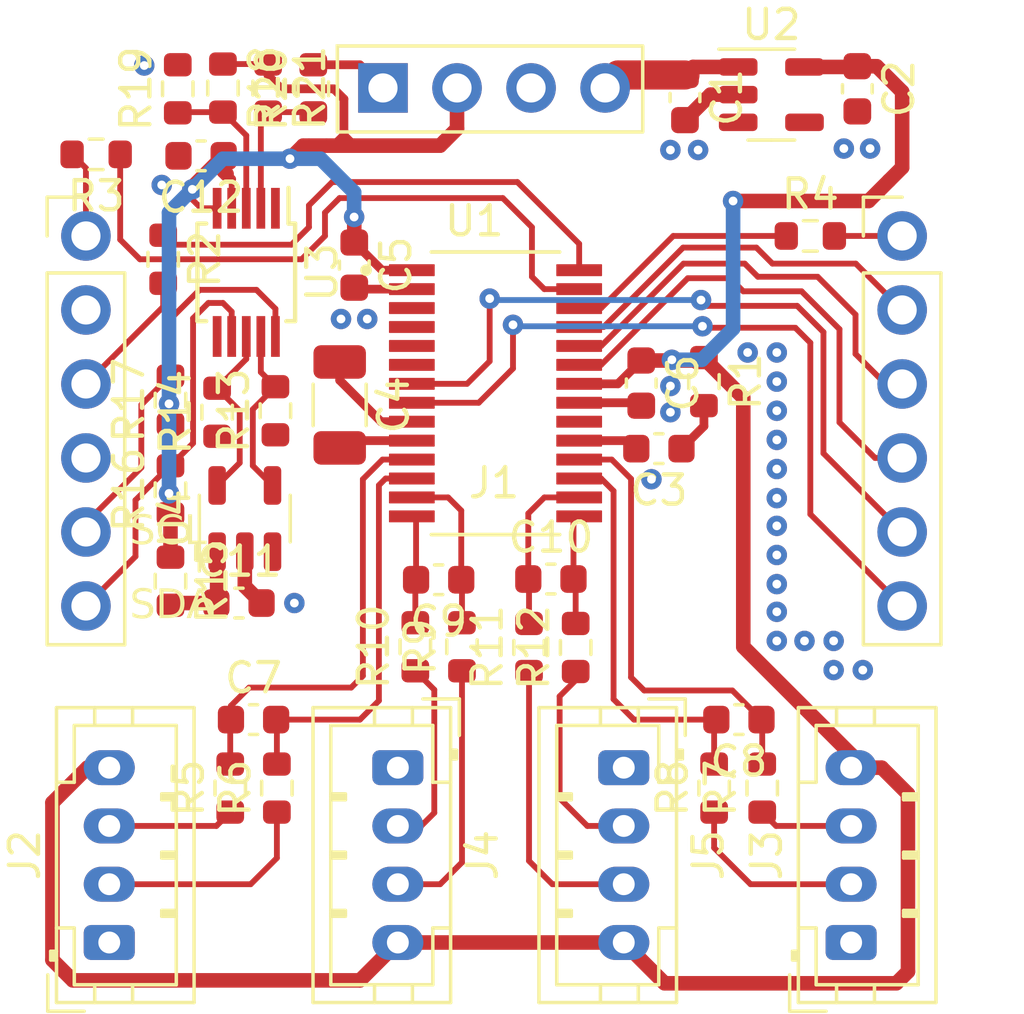
<source format=kicad_pcb>
(kicad_pcb (version 20221018) (generator pcbnew)
  (layers (0 "F.Cu" signal) (31 "B.Cu" signal) (34 "B.Paste" user) (35 "F.Paste" user) (36 "B.SilkS" user "B.Silkscreen") (37 "F.SilkS" user "F.Silkscreen") (38 "B.Mask" user) (39 "F.Mask" user) (44 "Edge.Cuts" user))
  (net 0 "")
  (net 1 "GND")
  (net 2 "/CH1_A-")
  (net 3 "/AINN1")
  (net 4 "/CH2_A+")
  (net 5 "/AINP2")
  (net 6 "/CH2_A-")
  (net 7 "/AINN2")
  (net 8 "/CH3_A+")
  (net 9 "/AINP3")
  (net 10 "/CH3_A-")
  (net 11 "/AINN3")
  (net 12 "/CH4_A+")
  (net 13 "/AINP4")
  (net 14 "/CH4_A-")
  (net 15 "/AINN4")
  (net 16 "+3V3")
  (net 17 "/SCLOUT")
  (net 18 "/SDAOUT")
  (net 19 "VDD")
  (net 20 "/SDA")
  (net 21 "/SCL")
  (net 22 "/CH1_A+")
  (net 23 "/AINP1")
  (net 24 "/REFP")
  (net 25 "/~{DRDY}{slash}OUT")
  (net 26 "/MISO")
  (net 27 "/SCLK")
  (net 28 "/SCK")
  (net 29 "/~{PWDN}")
  (net 30 "/~{PWDN}_MCU")
  (net 31 "+5V")
  (net 34 "/CAP_1")
  (net 35 "/CAP_2")
  (net 37 "/A1")
  (net 38 "/A0")
  (net 39 "/GAIN0")
  (net 40 "/GAIN1")
  (net 41 "/SPEED")
  (net 44 "+4V5")
  (net 45 "/XORH")
  (net 46 "/XORL")
  (footprint "Resistor_SMD:R_0603_1608Metric" (layer "F.Cu") (at 140.2 114.8 90)
    (fp_text reference "R7")
    (fp_text value "100R")
  )
  (footprint "Capacitor_SMD:C_1206_3216Metric" (layer "F.Cu") (at 125.705 101.65 -90)
    (fp_text reference "C4")
    (fp_text value "0.1uF C0G")
  )
  (footprint "Resistor_SMD:R_0603_1608Metric" (layer "F.Cu") (at 121.7 90.775 -90)
    (fp_text reference "R18")
    (fp_text value "1M")
  )
  (footprint "Resistor_SMD:R_0603_1608Metric" (layer "F.Cu") (at 119.65 96.65 -90)
    (fp_text reference "R2")
    (fp_text value "47R")
  )
  (footprint "Capacitor_SMD:C_0603_1608Metric" (layer "F.Cu") (at 143.4625 90.8 -90)
    (fp_text reference "C2")
    (fp_text value "2.2uF")
  )
  (footprint "Resistor_SMD:R_0603_1608Metric" (layer "F.Cu") (at 128.3 109.95 90)
    (fp_text reference "R10")
    (fp_text value "100R")
  )
  (footprint "Resistor_SMD:R_0603_1608Metric" (layer "F.Cu") (at 121.5 101.9 90)
    (fp_text reference "R14")
    (fp_text value "10k")
  )
  (footprint "Resistor_SMD:R_0603_1608Metric" (layer "F.Cu") (at 133.8 109.975 90)
    (fp_text reference "R12")
    (fp_text value "100R")
  )
  (footprint "Capacitor_SMD:C_0603_1608Metric" (layer "F.Cu") (at 137.55 91.1 -90)
    (fp_text reference "C1")
    (fp_text value "2.2uF")
  )
  (footprint "Resistor_SMD:R_0603_1608Metric" (layer "F.Cu") (at 119.9 104.5625 90)
    (fp_text reference "R16")
    (fp_text value "DNP")
  )
  (footprint "Resistor_SMD:R_0603_1608Metric" (layer "F.Cu") (at 141.85 95.85)
    (fp_text reference "R4")
    (fp_text value "47R")
  )
  (footprint "Resistor_SMD:R_0603_1608Metric" (layer "F.Cu") (at 119.9 101.4875 90)
    (fp_text reference "R17")
    (fp_text value "DNP")
  )
  (footprint "Capacitor_SMD:C_0603_1608Metric" (layer "F.Cu") (at 136.05 100.9 -90)
    (fp_text reference "C6")
    (fp_text value "0.1uF")
  )
  (footprint "Capacitor_SMD:C_0603_1608Metric" (layer "F.Cu") (at 122.25 108.45)
    (fp_text reference "C11")
    (fp_text value "0.1uF")
  )
  (footprint "Resistor_SMD:R_0603_1608Metric" (layer "F.Cu") (at 121.95 114.8 90)
    (fp_text reference "R5")
    (fp_text value "100R")
  )
  (footprint "Capacitor_SMD:C_0603_1608Metric" (layer "F.Cu") (at 120.95 93.1 180)
    (fp_text reference "C12")
    (fp_text value "0.1uF")
  )
  (footprint "Package_TO_SOT_SMD:SOT-23-5" (layer "F.Cu") (at 122.45 105.55 90)
    (fp_text reference "U4")
    (fp_text value "MCP9800A0-xOT")
  )
  (footprint "Resistor_SMD:R_0603_1608Metric" (layer "F.Cu") (at 123.55 114.8 90)
    (fp_text reference "R6")
    (fp_text value "100R")
  )
  (footprint "Resistor_SMD:R_0603_1608Metric" (layer "F.Cu") (at 117.35 93.05 180)
    (fp_text reference "R3")
    (fp_text value "47R")
  )
  (footprint "Capacitor_SMD:C_0603_1608Metric" (layer "F.Cu") (at 122.75 112.45)
    (fp_text reference "C7")
    (fp_text value "10nF C0G")
  )
  (footprint "Resistor_SMD:R_0603_1608Metric" (layer "F.Cu") (at 129.9 109.95 90)
    (fp_text reference "R9")
    (fp_text value "100R")
  )
  (footprint "Capacitor_SMD:C_0603_1608Metric" (layer "F.Cu") (at 136.655 103.15 180)
    (fp_text reference "C3")
    (fp_text value "10nF C0G")
  )
  (footprint "Resistor_SMD:R_0603_1608Metric" (layer "F.Cu") (at 138.2 100.85 -90)
    (fp_text reference "R1")
    (fp_text value "100R")
  )
  (footprint "Resistor_SMD:R_0603_1608Metric" (layer "F.Cu") (at 132.2 109.975 90)
    (fp_text reference "R11")
    (fp_text value "100R")
  )
  (footprint "Connector_JST:JST_PH_B4B-PH-K_1x04_P2.00mm_Vertical" (layer "F.Cu") (at 135.45 114.1 -90)
    (fp_text reference "J5")
    (fp_text value "B4B-PH-K")
  )
  (footprint "0_connector_custom:Hat_connector_hole_custom" (layer "F.Cu") (at 131 104.83)
    (fp_text reference "J1")
    (fp_text value "Hat connector hole")
  )
  (footprint "Resistor_SMD:R_0603_1608Metric" (layer "F.Cu") (at 123.5 101.85 90)
    (fp_text reference "R13")
    (fp_text value "10k")
  )
  (footprint "Resistor_SMD:R_0603_1608Metric" (layer "F.Cu") (at 123.25 90.775 -90)
    (fp_text reference "R21")
    (fp_text value "1M")
  )
  (footprint "Resistor_SMD:R_0603_1608Metric" (layer "F.Cu") (at 124.8 90.8 90)
    (fp_text reference "R20")
    (fp_text value "681k")
  )
  (footprint "Connector_JST:JST_PH_B4B-PH-K_1x04_P2.00mm_Vertical" (layer "F.Cu") (at 127.7 114.1 -90)
    (fp_text reference "J4")
    (fp_text value "B4B-PH-K")
  )
  (footprint "Resistor_SMD:R_0603_1608Metric" (layer "F.Cu") (at 119.9 107.7 -90)
    (fp_text reference "R15")
    (fp_text value "200R")
  )
  (footprint "Capacitor_SMD:C_0603_1608Metric" (layer "F.Cu") (at 139.4 112.45 180)
    (fp_text reference "C8")
    (fp_text value "10nF C0G")
  )
  (footprint "Resistor_SMD:R_0603_1608Metric" (layer "F.Cu") (at 120.15 90.8 90)
    (fp_text reference "R19")
    (fp_text value "681k")
  )
  (footprint "Resistor_SMD:R_0603_1608Metric" (layer "F.Cu") (at 138.55 114.8 90)
    (fp_text reference "R8")
    (fp_text value "100R")
  )
  (footprint "Package_SO:MSOP-10_3x3mm_P0.5mm" (layer "F.Cu") (at 122.5 97.1 -90)
    (fp_text reference "U3")
    (fp_text value "LTC4316")
  )
  (footprint "Connector_JST:JST_PH_B4B-PH-K_1x04_P2.00mm_Vertical" (layer "F.Cu") (at 117.8 120.1 90)
    (fp_text reference "J2")
    (fp_text value "B4B-PH-K")
  )
  (footprint "0_sensors:SOP65P640X120-28N" (layer "F.Cu") (at 131.05 101.25)
    (fp_text reference "U1")
    (fp_text value "ADS1234IPWR")
  )
  (footprint "Connector_JST:JST_PH_B4B-PH-K_1x04_P2.00mm_Vertical" (layer "F.Cu") (at 143.25 120.1 90)
    (fp_text reference "J3")
    (fp_text value "B4B-PH-K")
  )
  (footprint "Capacitor_SMD:C_0603_1608Metric" (layer "F.Cu") (at 129.1 107.65 180)
    (fp_text reference "C9")
    (fp_text value "10nF C0G")
  )
  (footprint "Capacitor_SMD:C_0603_1608Metric" (layer "F.Cu") (at 132.95 107.625)
    (fp_text reference "C10")
    (fp_text value "10nF C0G")
  )
  (footprint "Package_TO_SOT_SMD:SOT-23-5" (layer "F.Cu") (at 140.5125 91)
    (fp_text reference "U2")
    (fp_text value "ADP7118AUJZ-4.5-R7")
  )
  (footprint "Capacitor_SMD:C_0603_1608Metric" (layer "F.Cu") (at 126.205 96.85 -90)
    (fp_text reference "C5")
    (fp_text value "0.1uF")
  )
  (segment (start 133.92 102.875) (end 135.605 102.875) (width 0.3) (layer "F.Cu") (net 1))
  (segment (start 135.605 102.875) (end 135.88 103.15) (width 0.3) (layer "F.Cu") (net 1))
  (segment (start 133.92 101.575) (end 135.95 101.575) (width 0.3) (layer "F.Cu") (net 1))
  (segment (start 135.95 101.575) (end 136.05 101.675) (width 0.3) (layer "F.Cu") (net 1))
  (segment (start 122.45 106.6875) (end 122.45 107.875) (width 0.5) (layer "F.Cu") (net 1))
  (segment (start 122.45 107.875) (end 123.025 108.45) (width 0.5) (layer "F.Cu") (net 1))
  (segment (start 138.425 91) (end 137.55 91.875) (width 0.5) (layer "F.Cu") (net 1))
  (segment (start 126.395 89.975) (end 127.19 90.77) (width 0.3) (layer "F.Cu") (net 1))
  (segment (start 139.375 91) (end 138.425 91) (width 0.5) (layer "F.Cu") (net 1))
  (segment (start 124.8 89.975) (end 126.395 89.975) (width 0.3) (layer "F.Cu") (net 1))
  (segment (start 128.18 97.675) (end 126.255 97.675) (width 0.3) (layer "F.Cu") (net 1))
  (segment (start 126.255 97.675) (end 126.205 97.625) (width 0.3) (layer "F.Cu") (net 1))
  (via (at 140.7 109.75) (size 0.7) (drill 0.3) (layers "F.Cu" "B.Cu") (net 1))
  (via (at 140.7 104.85) (size 0.7) (drill 0.3) (layers "F.Cu" "B.Cu") (net 1))
  (via (at 140.7 106.8) (size 0.7) (drill 0.3) (layers "F.Cu" "B.Cu") (net 1))
  (via (at 136.4 104.2) (size 0.7) (drill 0.3) (layers "F.Cu" "B.Cu") (net 1))
  (via (at 119.6 94.1) (size 0.7) (drill 0.3) (layers "F.Cu" "B.Cu") (net 1))
  (via (at 140.7 103.85) (size 0.7) (drill 0.3) (layers "F.Cu" "B.Cu") (net 1))
  (via (at 119 90) (size 0.7) (drill 0.3) (layers "F.Cu" "B.Cu") (net 1))
  (via (at 143 92.85) (size 0.7) (drill 0.3) (layers "F.Cu" "B.Cu") (net 1))
  (via (at 142.65 109.75) (size 0.7) (drill 0.3) (layers "F.Cu" "B.Cu") (net 1))
  (via (at 124.15 108.45) (size 0.7) (drill 0.3) (layers "F.Cu" "B.Cu") (net 1))
  (via (at 126.65 98.7) (size 0.7) (drill 0.3) (layers "F.Cu" "B.Cu") (net 1))
  (via (at 142.65 110.75) (size 0.7) (drill 0.3) (layers "F.Cu" "B.Cu") (net 1))
  (via (at 141.65 109.75) (size 0.7) (drill 0.3) (layers "F.Cu" "B.Cu") (net 1))
  (via (at 140.7 107.8) (size 0.7) (drill 0.3) (layers "F.Cu" "B.Cu") (net 1))
  (via (at 125.75 98.7) (size 0.7) (drill 0.3) (layers "F.Cu" "B.Cu") (net 1))
  (via (at 137.05 101) (size 0.7) (drill 0.3) (layers "F.Cu" "B.Cu") (net 1))
  (via (at 143.9 92.85) (size 0.7) (drill 0.3) (layers "F.Cu" "B.Cu") (net 1))
  (via (at 137.05 92.9) (size 0.7) (drill 0.3) (layers "F.Cu" "B.Cu") (net 1))
  (via (at 138 92.9) (size 0.7) (drill 0.3) (layers "F.Cu" "B.Cu") (net 1))
  (via (at 140.7 100.85) (size 0.7) (drill 0.3) (layers "F.Cu" "B.Cu") (net 1))
  (via (at 143.65 110.75) (size 0.7) (drill 0.3) (layers "F.Cu" "B.Cu") (net 1))
  (via (at 140.7 108.75) (size 0.7) (drill 0.3) (layers "F.Cu" "B.Cu") (net 1))
  (via (at 137.05 101.9) (size 0.7) (drill 0.3) (layers "F.Cu" "B.Cu") (net 1))
  (via (at 140.7 99.85) (size 0.7) (drill 0.3) (layers "F.Cu" "B.Cu") (net 1))
  (via (at 139.7 99.85) (size 0.7) (drill 0.3) (layers "F.Cu" "B.Cu") (net 1))
  (via (at 140.7 101.85) (size 0.7) (drill 0.3) (layers "F.Cu" "B.Cu") (net 1))
  (via (at 140.7 102.85) (size 0.7) (drill 0.3) (layers "F.Cu" "B.Cu") (net 1))
  (via (at 140.7 105.8) (size 0.7) (drill 0.3) (layers "F.Cu" "B.Cu") (net 1))
  (segment (start 122.65 118.1) (end 123.55 117.2) (width 0.2) (layer "F.Cu") (net 2))
  (segment (start 123.55 117.2) (end 123.55 115.625) (width 0.2) (layer "F.Cu") (net 2))
  (segment (start 117.8 118.1) (end 122.65 118.1) (width 0.2) (layer "F.Cu") (net 2))
  (segment (start 126.4 112.45) (end 123.525 112.45) (width 0.2) (layer "F.Cu") (net 3))
  (segment (start 128.18 104.175) (end 127.281 104.175) (width 0.2) (layer "F.Cu") (net 3))
  (segment (start 127.05 104.406) (end 127.05 111.8) (width 0.2) (layer "F.Cu") (net 3))
  (segment (start 127.05 111.8) (end 126.4 112.45) (width 0.2) (layer "F.Cu") (net 3))
  (segment (start 123.55 112.475) (end 123.525 112.45) (width 0.2) (layer "F.Cu") (net 3))
  (segment (start 123.55 113.975) (end 123.55 112.475) (width 0.2) (layer "F.Cu") (net 3))
  (segment (start 127.281 104.175) (end 127.05 104.406) (width 0.2) (layer "F.Cu") (net 3))
  (segment (start 143.25 116.1) (end 140.675 116.1) (width 0.2) (layer "F.Cu") (net 4))
  (segment (start 140.675 116.1) (end 140.2 115.625) (width 0.2) (layer "F.Cu") (net 4))
  (segment (start 133.92 103.525) (end 135.037538 103.525) (width 0.2) (layer "F.Cu") (net 5))
  (segment (start 135.037538 103.525) (end 135.7 104.187462) (width 0.2) (layer "F.Cu") (net 5))
  (segment (start 140.2 113.975) (end 140.2 112.475) (width 0.2) (layer "F.Cu") (net 5))
  (segment (start 136.15 111.45) (end 139.175 111.45) (width 0.2) (layer "F.Cu") (net 5))
  (segment (start 139.175 111.45) (end 140.175 112.45) (width 0.2) (layer "F.Cu") (net 5))
  (segment (start 135.7 104.187462) (end 135.7 111) (width 0.2) (layer "F.Cu") (net 5))
  (segment (start 140.2 112.475) (end 140.175 112.45) (width 0.2) (layer "F.Cu") (net 5))
  (segment (start 135.7 111) (end 136.15 111.45) (width 0.2) (layer "F.Cu") (net 5))
  (segment (start 143.25 118.1) (end 139.8 118.1) (width 0.2) (layer "F.Cu") (net 6))
  (segment (start 139.8 118.1) (end 138.55 116.85) (width 0.2) (layer "F.Cu") (net 6))
  (segment (start 138.55 116.85) (end 138.55 115.625) (width 0.2) (layer "F.Cu") (net 6))
  (segment (start 135.1 111.75) (end 135.8 112.45) (width 0.2) (layer "F.Cu") (net 7))
  (segment (start 133.92 104.175) (end 134.672255 104.175) (width 0.2) (layer "F.Cu") (net 7))
  (segment (start 135.8 112.45) (end 138.625 112.45) (width 0.2) (layer "F.Cu") (net 7))
  (segment (start 138.55 112.525) (end 138.625 112.45) (width 0.2) (layer "F.Cu") (net 7))
  (segment (start 138.55 113.975) (end 138.55 112.525) (width 0.2) (layer "F.Cu") (net 7))
  (segment (start 135.1 104.602745) (end 135.1 111.75) (width 0.2) (layer "F.Cu") (net 7))
  (segment (start 134.672255 104.175) (end 135.1 104.602745) (width 0.2) (layer "F.Cu") (net 7))
  (segment (start 129.15 118.1) (end 127.7 118.1) (width 0.2) (layer "F.Cu") (net 8))
  (segment (start 129.9 110.775) (end 129.9 117.35) (width 0.2) (layer "F.Cu") (net 8))
  (segment (start 129.9 117.35) (end 129.15 118.1) (width 0.2) (layer "F.Cu") (net 8))
  (segment (start 129.875 107.65) (end 129.875 105.275) (width 0.2) (layer "F.Cu") (net 9))
  (segment (start 129.875 105.275) (end 129.425 104.825) (width 0.2) (layer "F.Cu") (net 9))
  (segment (start 129.9 107.675) (end 129.875 107.65) (width 0.2) (layer "F.Cu") (net 9))
  (segment (start 129.425 104.825) (end 128.18 104.825) (width 0.2) (layer "F.Cu") (net 9))
  (segment (start 129.9 109.125) (end 129.9 107.675) (width 0.2) (layer "F.Cu") (net 9))
  (segment (start 128.5 116.1) (end 128.95 115.65) (width 0.2) (layer "F.Cu") (net 10))
  (segment (start 128.95 111.425) (end 128.3 110.775) (width 0.2) (layer "F.Cu") (net 10))
  (segment (start 128.95 115.65) (end 128.95 111.425) (width 0.2) (layer "F.Cu") (net 10))
  (segment (start 127.7 116.1) (end 128.5 116.1) (width 0.2) (layer "F.Cu") (net 10))
  (segment (start 128.3 109.125) (end 128.3 107.675) (width 0.2) (layer "F.Cu") (net 11))
  (segment (start 128.3 107.675) (end 128.325 107.65) (width 0.2) (layer "F.Cu") (net 11))
  (segment (start 128.325 105.62) (end 128.18 105.475) (width 0.2) (layer "F.Cu") (net 11))
  (segment (start 128.325 107.65) (end 128.325 105.62) (width 0.2) (layer "F.Cu") (net 11))
  (segment (start 132.2 110.8) (end 132.2 117.3) (width 0.2) (layer "F.Cu") (net 12))
  (segment (start 133 118.1) (end 135.45 118.1) (width 0.2) (layer "F.Cu") (net 12))
  (segment (start 132.2 117.3) (end 133 118.1) (width 0.2) (layer "F.Cu") (net 12))
  (segment (start 132.175 105.375) (end 132.725 104.825) (width 0.2) (layer "F.Cu") (net 13))
  (segment (start 132.175 107.625) (end 132.175 105.375) (width 0.2) (layer "F.Cu") (net 13))
  (segment (start 132.2 107.65) (end 132.175 107.625) (width 0.2) (layer "F.Cu") (net 13))
  (segment (start 132.725 104.825) (end 133.92 104.825) (width 0.2) (layer "F.Cu") (net 13))
  (segment (start 132.2 109.15) (end 132.2 107.65) (width 0.2) (layer "F.Cu") (net 13))
  (segment (start 133.8 111.1) (end 133.25 111.65) (width 0.2) (layer "F.Cu") (net 14))
  (segment (start 134.2 116.1) (end 135.45 116.1) (width 0.2) (layer "F.Cu") (net 14))
  (segment (start 133.8 110.8) (end 133.8 111.1) (width 0.2) (layer "F.Cu") (net 14))
  (segment (start 133.25 111.65) (end 133.25 115.15) (width 0.2) (layer "F.Cu") (net 14))
  (segment (start 133.25 115.15) (end 134.2 116.1) (width 0.2) (layer "F.Cu") (net 14))
  (segment (start 133.8 109.15) (end 133.8 107.7) (width 0.2) (layer "F.Cu") (net 15))
  (segment (start 133.8 107.7) (end 133.725 107.625) (width 0.2) (layer "F.Cu") (net 15))
  (segment (start 133.725 107.625) (end 133.725 105.67) (width 0.2) (layer "F.Cu") (net 15))
  (segment (start 133.725 105.67) (end 133.92 105.475) (width 0.2) (layer "F.Cu") (net 15))
  (segment (start 121.5 94.9) (end 120.95 94.9) (width 0.2) (layer "F.Cu") (net 16))
  (segment (start 127.155 97.025) (end 126.205 96.075) (width 0.3) (layer "F.Cu") (net 16))
  (segment (start 119.9 106.875) (end 119.9 105.3875) (width 0.5) (layer "F.Cu") (net 16))
  (segment (start 125.85 92.25) (end 125.85 92.4) (width 0.3) (layer "F.Cu") (net 16))
  (segment (start 119.9 105.3875) (end 119.9 104.737) (width 0.5) (layer "F.Cu") (net 16))
  (segment (start 129.73 92.17) (end 129.3 92.6) (width 0.5) (layer "F.Cu") (net 16))
  (segment (start 125.85 92.25) (end 125.85 92.75) (width 0.3) (layer "F.Cu") (net 16))
  (segment (start 121.825 93.725) (end 122 93.9) (width 0.3) (layer "F.Cu") (net 16))
  (segment (start 124.65 92.75) (end 124.45 92.75) (width 0.5) (layer "F.Cu") (net 16))
  (segment (start 129.15 92.75) (end 126.2 92.75) (width 0.5) (layer "F.Cu") (net 16))
  (segment (start 125.25 92.75) (end 124.65 92.75) (width 0.5) (layer "F.Cu") (net 16))
  (segment (start 128.18 97.025) (end 127.155 97.025) (width 0.3) (layer "F.Cu") (net 16))
  (segment (start 120.65 94.6) (end 120.65 94.25) (width 0.2) (layer "F.Cu") (net 16))
  (segment (start 120.65 94.175) (end 121.725 93.1) (width 0.5) (layer "F.Cu") (net 16))
  (segment (start 120.95 94.9) (end 120.65 94.6) (width 0.2) (layer "F.Cu") (net 16))
  (segment (start 121.725 93.1) (end 121.725 93.625) (width 0.5) (layer "F.Cu") (net 16))
  (segment (start 126.205 95.205) (end 126.2 95.2) (width 0.5) (layer "F.Cu") (net 16))
  (segment (start 125.5 90.8) (end 125.85 91.15) (width 0.3) (layer "F.Cu") (net 16))
  (segment (start 125.25 92.75) (end 125.5 92.75) (width 0.3) (layer "F.Cu") (net 16))
  (segment (start 129.3 92.6) (end 129.15 92.75) (width 0.5) (layer "F.Cu") (net 16))
  (segment (start 121.7 89.95) (end 123.25 89.95) (width 0.2) (layer "F.Cu") (net 16))
  (segment (start 123.25 89.95) (end 123.25 90.35) (width 0.3) (layer "F.Cu") (net 16))
  (segment (start 124.45 92.75) (end 124 93.2) (width 0.5) (layer "F.Cu") (net 16))
  (segment (start 125.5 92.75) (end 125.85 92.4) (width 0.3) (layer "F.Cu") (net 16))
  (segment (start 119.85 101.612) (end 119.85 102.2625) (width 0.5) (layer "F.Cu") (net 16))
  (segment (start 123.25 90.35) (end 123.7 90.8) (width 0.3) (layer "F.Cu") (net 16))
  (segment (start 129.73 90.77) (end 129.73 92.17) (width 0.5) (layer "F.Cu") (net 16))
  (segment (start 126.205 96.075) (end 126.205 95.205) (width 0.5) (layer "F.Cu") (net 16))
  (segment (start 123.7 90.8) (end 125.5 90.8) (width 0.3) (layer "F.Cu") (net 16))
  (segment (start 125.85 91.15) (end 125.85 92.25) (width 0.3) (layer "F.Cu") (net 16))
  (segment (start 122 94.9) (end 122 93.9) (width 0.2) (layer "F.Cu") (net 16))
  (segment (start 119.9 104.737) (end 119.85 104.687) (width 0.5) (layer "F.Cu") (net 16))
  (segment (start 119.85 102.2625) (end 119.9 102.3125) (width 0.5) (layer "F.Cu") (net 16))
  (segment (start 126.2 92.75) (end 125.85 92.75) (width 0.5) (layer "F.Cu") (net 16))
  (segment (start 120.65 94.25) (end 120.65 94.175) (width 0.5) (layer "F.Cu") (net 16))
  (segment (start 121.725 93.625) (end 121.825 93.725) (width 0.5) (layer "F.Cu") (net 16))
  (segment (start 125.85 92.4) (end 126.2 92.75) (width 0.3) (layer "F.Cu") (net 16))
  (segment (start 125.85 92.75) (end 125.25 92.75) (width 0.5) (layer "F.Cu") (net 16))
  (via (at 119.85 101.612) (size 0.7) (drill 0.3) (layers "F.Cu" "B.Cu") (net 16))
  (via (at 120.65 94.25) (size 0.7) (drill 0.3) (layers "F.Cu" "B.Cu") (net 16))
  (via (at 126.2 95.2) (size 0.7) (drill 0.3) (layers "F.Cu" "B.Cu") (net 16))
  (via (at 119.85 104.687) (size 0.7) (drill 0.3) (layers "F.Cu" "B.Cu") (net 16))
  (via (at 124 93.2) (size 0.7) (drill 0.3) (layers "F.Cu" "B.Cu") (net 16))
  (segment (start 119.85 95.05) (end 120.65 94.25) (width 0.5) (layer "B.Cu") (net 16))
  (segment (start 126.2 94.35) (end 125.05 93.2) (width 0.5) (layer "B.Cu") (net 16))
  (segment (start 119.85 101.612) (end 119.85 95.05) (width 0.5) (layer "B.Cu") (net 16))
  (segment (start 124 93.2) (end 121.7 93.2) (width 0.5) (layer "B.Cu") (net 16))
  (segment (start 126.2 95.2) (end 126.2 94.35) (width 0.5) (layer "B.Cu") (net 16))
  (segment (start 121.7 93.2) (end 120.65 94.25) (width 0.5) (layer "B.Cu") (net 16))
  (segment (start 119.85 104.687) (end 119.85 101.612) (width 0.5) (layer "B.Cu") (net 16))
  (segment (start 125.05 93.2) (end 124 93.2) (width 0.5) (layer "B.Cu") (net 16))
  (segment (start 123.5 101.025) (end 122.725 101.8) (width 0.2) (layer "F.Cu") (net 17))
  (segment (start 122.725 101.8) (end 122.725 103.7375) (width 0.2) (layer "F.Cu") (net 17))
  (segment (start 122.725 103.7375) (end 123.4 104.4125) (width 0.2) (layer "F.Cu") (net 17))
  (segment (start 123 100.525) (end 123.5 101.025) (width 0.2) (layer "F.Cu") (net 17))
  (segment (start 123 99.3) (end 123 100.525) (width 0.2) (layer "F.Cu") (net 17))
  (segment (start 122.5 99.3) (end 122.5 100.075) (width 0.2) (layer "F.Cu") (net 18))
  (segment (start 122.275 101.85) (end 122.275 103.6375) (width 0.2) (layer "F.Cu") (net 18))
  (segment (start 121.5 101.075) (end 122.275 101.85) (width 0.2) (layer "F.Cu") (net 18))
  (segment (start 122.275 103.6375) (end 121.5 104.4125) (width 0.2) (layer "F.Cu") (net 18))
  (segment (start 122.5 100.075) (end 121.5 101.075) (width 0.2) (layer "F.Cu") (net 18))
  (segment (start 121.475 108.45) (end 119.975 108.45) (width 0.5) (layer "F.Cu") (net 19))
  (segment (start 121.5 108.425) (end 121.475 108.45) (width 0.5) (layer "F.Cu") (net 19))
  (segment (start 119.975 108.45) (end 119.9 108.525) (width 0.5) (layer "F.Cu") (net 19))
  (segment (start 121.5 106.6875) (end 121.5 108.425) (width 0.5) (layer "F.Cu") (net 19))
  (segment (start 120.675 102.9625) (end 120.675 98.675) (width 0.2) (layer "F.Cu") (net 20))
  (segment (start 118.7 104.917761) (end 118.7 106.85) (width 0.2) (layer "F.Cu") (net 20))
  (segment (start 120.675 98.675) (end 121.2 98.15) (width 0.2) (layer "F.Cu") (net 20))
  (segment (start 122 98.45) (end 122 99.3) (width 0.2) (layer "F.Cu") (net 20))
  (segment (start 119.9 103.7375) (end 119.880261 103.7375) (width 0.2) (layer "F.Cu") (net 20))
  (segment (start 121.2 98.15) (end 121.7 98.15) (width 0.2) (layer "F.Cu") (net 20))
  (segment (start 118.7 106.85) (end 117 108.55) (width 0.2) (layer "F.Cu") (net 20))
  (segment (start 119.9 103.7375) (end 120.675 102.9625) (width 0.2) (layer "F.Cu") (net 20))
  (segment (start 119.880261 103.7375) (end 118.7 104.917761) (width 0.2) (layer "F.Cu") (net 20))
  (segment (start 121.7 98.15) (end 122 98.45) (width 0.2) (layer "F.Cu") (net 20))
  (segment (start 119.9 100.6625) (end 119.880261 100.6625) (width 0.2) (layer "F.Cu") (net 21))
  (segment (start 117 105.7) (end 117 106.01) (width 0.2) (layer "F.Cu") (net 21))
  (segment (start 123.5 99.3) (end 123.5 98.35) (width 0.2) (layer "F.Cu") (net 21))
  (segment (start 123.5 98.35) (end 122.85 97.7) (width 0.2) (layer "F.Cu") (net 21))
  (segment (start 122.85 97.7) (end 120.9 97.7) (width 0.2) (layer "F.Cu") (net 21))
  (segment (start 120.9 97.7) (end 119.9 98.7) (width 0.2) (layer "F.Cu") (net 21))
  (segment (start 118.9 103.8) (end 117 105.7) (width 0.2) (layer "F.Cu") (net 21))
  (segment (start 118.9 101.642761) (end 118.9 103.8) (width 0.2) (layer "F.Cu") (net 21))
  (segment (start 119.880261 100.6625) (end 118.9 101.642761) (width 0.2) (layer "F.Cu") (net 21))
  (segment (start 119.9 98.7) (end 119.9 100.6625) (width 0.2) (layer "F.Cu") (net 21))
  (segment (start 121.95 115.625) (end 121.475 116.1) (width 0.2) (layer "F.Cu") (net 22))
  (segment (start 121.475 116.1) (end 117.8 116.1) (width 0.2) (layer "F.Cu") (net 22))
  (segment (start 122.6 111.35) (end 121.975 111.975) (width 0.2) (layer "F.Cu") (net 23))
  (segment (start 126.5 104.2) (end 126.5 110.95) (width 0.2) (layer "F.Cu") (net 23))
  (segment (start 121.95 112.475) (end 121.975 112.45) (width 0.2) (layer "F.Cu") (net 23))
  (segment (start 121.95 113.975) (end 121.95 112.475) (width 0.2) (layer "F.Cu") (net 23))
  (segment (start 126.1 111.35) (end 122.6 111.35) (width 0.2) (layer "F.Cu") (net 23))
  (segment (start 121.975 111.975) (end 121.975 112.45) (width 0.2) (layer "F.Cu") (net 23))
  (segment (start 127.175 103.525) (end 126.5 104.2) (width 0.2) (layer "F.Cu") (net 23))
  (segment (start 126.5 110.95) (end 126.1 111.35) (width 0.2) (layer "F.Cu") (net 23))
  (segment (start 128.18 103.525) (end 127.175 103.525) (width 0.2) (layer "F.Cu") (net 23))
  (segment (start 138.2 102.38) (end 137.43 103.15) (width 0.3) (layer "F.Cu") (net 24))
  (segment (start 138.2 101.675) (end 138.2 102.38) (width 0.3) (layer "F.Cu") (net 24))
  (segment (start 131.8 94) (end 125.45 94) (width 0.2) (layer "F.Cu") (net 25))
  (segment (start 133.92 97.025) (end 133.92 96.12) (width 0.2) (layer "F.Cu") (net 25))
  (segment (start 124.65 95.55) (end 124.05 96.15) (width 0.2) (layer "F.Cu") (net 25))
  (segment (start 125.45 94) (end 124.65 94.8) (width 0.2) (layer "F.Cu") (net 25))
  (segment (start 133.92 96.12) (end 131.8 94) (width 0.2) (layer "F.Cu") (net 25))
  (segment (start 124.65 94.8) (end 124.65 95.55) (width 0.2) (layer "F.Cu") (net 25))
  (segment (start 119.975 96.15) (end 119.65 95.825) (width 0.2) (layer "F.Cu") (net 25))
  (segment (start 124.05 96.15) (end 119.975 96.15) (width 0.2) (layer "F.Cu") (net 25))
  (segment (start 119.65 98.28) (end 119.65 97.475) (width 0.2) (layer "F.Cu") (net 26))
  (segment (start 117 100.93) (end 119.65 98.28) (width 0.2) (layer "F.Cu") (net 26))
  (segment (start 124.4 96.65) (end 118.85 96.65) (width 0.2) (layer "F.Cu") (net 27))
  (segment (start 125.7 94.55) (end 125.2 95.05) (width 0.2) (layer "F.Cu") (net 27))
  (segment (start 132.3 95.55) (end 131.3 94.55) (width 0.2) (layer "F.Cu") (net 27))
  (segment (start 132.725 97.675) (end 132.3 97.25) (width 0.2) (layer "F.Cu") (net 27))
  (segment (start 125.2 95.85) (end 124.4 96.65) (width 0.2) (layer "F.Cu") (net 27))
  (segment (start 118.85 96.65) (end 118.175 95.975) (width 0.2) (layer "F.Cu") (net 27))
  (segment (start 125.2 95.05) (end 125.2 95.85) (width 0.2) (layer "F.Cu") (net 27))
  (segment (start 133.92 97.675) (end 132.725 97.675) (width 0.2) (layer "F.Cu") (net 27))
  (segment (start 118.175 95.975) (end 118.175 93.05) (width 0.2) (layer "F.Cu") (net 27))
  (segment (start 132.3 97.25) (end 132.3 95.55) (width 0.2) (layer "F.Cu") (net 27))
  (segment (start 131.3 94.55) (end 125.7 94.55) (width 0.2) (layer "F.Cu") (net 27))
  (segment (start 117 95.85) (end 117 93.525) (width 0.2) (layer "F.Cu") (net 28))
  (segment (start 117 93.525) (end 116.525 93.05) (width 0.2) (layer "F.Cu") (net 28))
  (segment (start 137.147255 95.85) (end 134.672255 98.325) (width 0.2) (layer "F.Cu") (net 29))
  (segment (start 141.025 95.85) (end 137.147255 95.85) (width 0.2) (layer "F.Cu") (net 29))
  (segment (start 134.672255 98.325) (end 133.92 98.325) (width 0.2) (layer "F.Cu") (net 29))
  (segment (start 145 95.85) (end 142.675 95.85) (width 0.2) (layer "F.Cu") (net 30))
  (segment (start 137.825 90.05) (end 139.375 90.05) (width 0.5) (layer "F.Cu") (net 31))
  (segment (start 137.55 90.325) (end 135.255 90.325) (width 1) (layer "F.Cu") (net 31))
  (segment (start 137.55 90.325) (end 137.825 90.05) (width 0.5) (layer "F.Cu") (net 31))
  (segment (start 135.255 90.325) (end 134.81 90.77) (width 1) (layer "F.Cu") (net 31))
  (segment (start 125.705 100.805) (end 125.705 100.175) (width 0.3) (layer "F.Cu") (net 34))
  (segment (start 127.125 102.225) (end 125.705 100.805) (width 0.3) (layer "F.Cu") (net 34))
  (segment (start 128.18 102.225) (end 127.125 102.225) (width 0.3) (layer "F.Cu") (net 34))
  (segment (start 125.955 102.875) (end 125.705 103.125) (width 0.3) (layer "F.Cu") (net 35))
  (segment (start 128.18 102.875) (end 125.955 102.875) (width 0.3) (layer "F.Cu") (net 35))
  (segment (start 130.075 100.925) (end 128.18 100.925) (width 0.2) (layer "F.Cu") (net 37))
  (segment (start 145 106.01) (end 142.3 103.31) (width 0.2) (layer "F.Cu") (net 37))
  (segment (start 130.85 98) (end 130.85 100.15) (width 0.2) (layer "F.Cu") (net 37))
  (segment (start 142.3 103.31) (end 142.3 99.15) (width 0.2) (layer "F.Cu") (net 37))
  (segment (start 138.3 98.25) (end 138.1 98.05) (width 0.2) (layer "F.Cu") (net 37))
  (segment (start 141.4 98.25) (end 138.3 98.25) (width 0.2) (layer "F.Cu") (net 37))
  (segment (start 142.3 99.15) (end 141.4 98.25) (width 0.2) (layer "F.Cu") (net 37))
  (segment (start 130.85 100.15) (end 130.075 100.925) (width 0.2) (layer "F.Cu") (net 37))
  (via (at 138.1 98.05) (size 0.7) (drill 0.3) (layers "F.Cu" "B.Cu") (net 37))
  (via (at 130.85 98) (size 0.7) (drill 0.3) (layers "F.Cu" "B.Cu") (net 37))
  (segment (start 138.1 98.05) (end 130.9 98.05) (width 0.2) (layer "B.Cu") (net 37))
  (segment (start 130.9 98.05) (end 130.85 98) (width 0.2) (layer "B.Cu") (net 37))
  (segment (start 141.85 105.4) (end 141.85 99.515686) (width 0.2) (layer "F.Cu") (net 38))
  (segment (start 138.2 99) (end 138.15 98.95) (width 0.2) (layer "F.Cu") (net 38))
  (segment (start 141.85 99.515686) (end 141.334314 99) (width 0.2) (layer "F.Cu") (net 38))
  (segment (start 141.334314 99) (end 138.2 99) (width 0.2) (layer "F.Cu") (net 38))
  (segment (start 131.65 98.9) (end 131.65 100.4) (width 0.2) (layer "F.Cu") (net 38))
  (segment (start 131.65 100.4) (end 130.475 101.575) (width 0.2) (layer "F.Cu") (net 38))
  (segment (start 130.475 101.575) (end 128.18 101.575) (width 0.2) (layer "F.Cu") (net 38))
  (segment (start 145 108.55) (end 141.85 105.4) (width 0.2) (layer "F.Cu") (net 38))
  (via (at 138.15 98.95) (size 0.7) (drill 0.3) (layers "F.Cu" "B.Cu") (net 38))
  (via (at 131.65 98.9) (size 0.7) (drill 0.3) (layers "F.Cu" "B.Cu") (net 38))
  (segment (start 138.15 98.95) (end 131.7 98.95) (width 0.2) (layer "B.Cu") (net 38))
  (segment (start 131.7 98.95) (end 131.65 98.9) (width 0.2) (layer "B.Cu") (net 38))
  (segment (start 137.647255 97.3) (end 139.1 97.3) (width 0.2) (layer "F.Cu") (net 39))
  (segment (start 142.85 102.25) (end 144.07 103.47) (width 0.2) (layer "F.Cu") (net 39))
  (segment (start 139.1 97.3) (end 139.55 97.75) (width 0.2) (layer "F.Cu") (net 39))
  (segment (start 133.92 100.275) (end 134.672255 100.275) (width 0.2) (layer "F.Cu") (net 39))
  (segment (start 142.85 99.05) (end 142.85 102.25) (width 0.2) (layer "F.Cu") (net 39))
  (segment (start 134.672255 100.275) (end 137.647255 97.3) (width 0.2) (layer "F.Cu") (net 39))
  (segment (start 144.07 103.47) (end 145 103.47) (width 0.2) (layer "F.Cu") (net 39))
  (segment (start 141.55 97.75) (end 142.85 99.05) (width 0.2) (layer "F.Cu") (net 39))
  (segment (start 139.55 97.75) (end 141.55 97.75) (width 0.2) (layer "F.Cu") (net 39))
  (segment (start 133.92 99.625) (end 134.675 99.625) (width 0.2) (layer "F.Cu") (net 40))
  (segment (start 140.05 97.25) (end 142.1 97.25) (width 0.2) (layer "F.Cu") (net 40))
  (segment (start 142.1 97.25) (end 143.4 98.55) (width 0.2) (layer "F.Cu") (net 40))
  (segment (start 137.5 96.8) (end 139.6 96.8) (width 0.2) (layer "F.Cu") (net 40))
  (segment (start 143.4 99.9) (end 144.43 100.93) (width 0.2) (layer "F.Cu") (net 40))
  (segment (start 139.6 96.8) (end 140.05 97.25) (width 0.2) (layer "F.Cu") (net 40))
  (segment (start 144.43 100.93) (end 145 100.93) (width 0.2) (layer "F.Cu") (net 40))
  (segment (start 134.675 99.625) (end 137.5 96.8) (width 0.2) (layer "F.Cu") (net 40))
  (segment (start 143.4 98.55) (end 143.4 99.9) (width 0.2) (layer "F.Cu") (net 40))
  (segment (start 133.92 98.975) (end 134.759314 98.975) (width 0.2) (layer "F.Cu") (net 41))
  (segment (start 143.41 96.8) (end 145 98.39) (width 0.2) (layer "F.Cu") (net 41))
  (segment (start 137.484314 96.25) (end 140 96.25) (width 0.2) (layer "F.Cu") (net 41))
  (segment (start 140.55 96.8) (end 143.41 96.8) (width 0.2) (layer "F.Cu") (net 41))
  (segment (start 140 96.25) (end 140.55 96.8) (width 0.2) (layer "F.Cu") (net 41))
  (segment (start 134.759314 98.975) (end 137.484314 96.25) (width 0.2) (layer "F.Cu") (net 41))
  (segment (start 138.2 100.05) (end 139.55 101.4) (width 0.5) (layer "F.Cu") (net 44))
  (segment (start 135.25 100.925) (end 136.05 100.125) (width 0.3) (layer "F.Cu") (net 44))
  (segment (start 135.45 120.1) (end 127.7 120.1) (width 0.5) (layer "F.Cu") (net 44))
  (segment (start 138.2 100.025) (end 138.2 100.05) (width 0.5) (layer "F.Cu") (net 44))
  (segment (start 145.2 121.1) (end 144.8 121.5) (width 0.5) (layer "F.Cu") (net 44))
  (segment (start 143.4625 90.025) (end 144.125 90.025) (width 0.5) (layer "F.Cu") (net 44))
  (segment (start 127.7 120.1) (end 126.4 121.4) (width 0.5) (layer "F.Cu") (net 44))
  (segment (start 145 93.5) (end 144.55 93.95) (width 0.5) (layer "F.Cu") (net 44))
  (segment (start 145.2 115) (end 145.2 121.1) (width 0.5) (layer "F.Cu") (net 44))
  (segment (start 126.4 121.4) (end 116.55 121.4) (width 0.5) (layer "F.Cu") (net 44))
  (segment (start 144.55 93.95) (end 143.85 94.65) (width 0.5) (layer "F.Cu") (net 44))
  (segment (start 138.1 100.125) (end 138.2 100.025) (width 0.5) (layer "F.Cu") (net 44))
  (segment (start 144.3 114.1) (end 145.2 115) (width 0.5) (layer "F.Cu") (net 44))
  (segment (start 136.85 121.5) (end 135.45 120.1) (width 0.5) (layer "F.Cu") (net 44))
  (segment (start 136.05 100.125) (end 138.1 100.125) (width 0.5) (layer "F.Cu") (net 44))
  (segment (start 143.4375 90.05) (end 143.4625 90.025) (width 0.5) (layer "F.Cu") (net 44))
  (segment (start 143.85 94.65) (end 139.2 94.65) (width 0.5) (layer "F.Cu") (net 44))
  (segment (start 115.85 115.3) (end 117.05 114.1) (width 0.5) (layer "F.Cu") (net 44))
  (segment (start 144.125 90.025) (end 145 90.9) (width 0.5) (layer "F.Cu") (net 44))
  (segment (start 116.55 121.4) (end 115.85 120.7) (width 0.5) (layer "F.Cu") (net 44))
  (segment (start 143.25 114.1) (end 144.3 114.1) (width 0.5) (layer "F.Cu") (net 44))
  (segment (start 144.8 121.5) (end 136.85 121.5) (width 0.5) (layer "F.Cu") (net 44))
  (segment (start 139.55 101.4) (end 139.55 109.95) (width 0.5) (layer "F.Cu") (net 44))
  (segment (start 139.55 109.95) (end 143.25 113.65) (width 0.5) (layer "F.Cu") (net 44))
  (segment (start 115.85 120.7) (end 115.85 115.3) (width 0.5) (layer "F.Cu") (net 44))
  (segment (start 133.92 100.925) (end 135.25 100.925) (width 0.3) (layer "F.Cu") (net 44))
  (segment (start 117.05 114.1) (end 117.8 114.1) (width 0.5) (layer "F.Cu") (net 44))
  (segment (start 143.25 113.65) (end 143.25 114.1) (width 0.5) (layer "F.Cu") (net 44))
  (segment (start 141.65 90.05) (end 143.4375 90.05) (width 0.5) (layer "F.Cu") (net 44))
  (segment (start 145 90.9) (end 145 93.5) (width 0.5) (layer "F.Cu") (net 44))
  (via (at 139.2 94.65) (size 0.7) (drill 0.3) (layers "F.Cu" "B.Cu") (net 44))
  (via (at 137.1 100.1) (size 0.7) (drill 0.3) (layers "F.Cu" "B.Cu") (net 44))
  (segment (start 138.131371 100.1) (end 137.1 100.1) (width 0.5) (layer "B.Cu") (net 44))
  (segment (start 139.2 94.65) (end 139.2 99.031371) (width 0.5) (layer "B.Cu") (net 44))
  (segment (start 139.2 99.031371) (end 138.131371 100.1) (width 0.5) (layer "B.Cu") (net 44))
  (segment (start 124.775 91.6) (end 124.8 91.625) (width 0.2) (layer "F.Cu") (net 45))
  (segment (start 123.25 91.6) (end 124.775 91.6) (width 0.2) (layer "F.Cu") (net 45))
  (segment (start 123 91.85) (end 123.25 91.6) (width 0.2) (layer "F.Cu") (net 45))
  (segment (start 123 94.9) (end 123 91.85) (width 0.2) (layer "F.Cu") (net 45))
  (segment (start 120.175 91.6) (end 120.15 91.625) (width 0.2) (layer "F.Cu") (net 46))
  (segment (start 122.5 92.4) (end 121.7 91.6) (width 0.2) (layer "F.Cu") (net 46))
  (segment (start 121.7 91.6) (end 120.175 91.6) (width 0.2) (layer "F.Cu") (net 46))
  (segment (start 122.5 94.9) (end 122.5 92.4) (width 0.2) (layer "F.Cu") (net 46))
)
</source>
